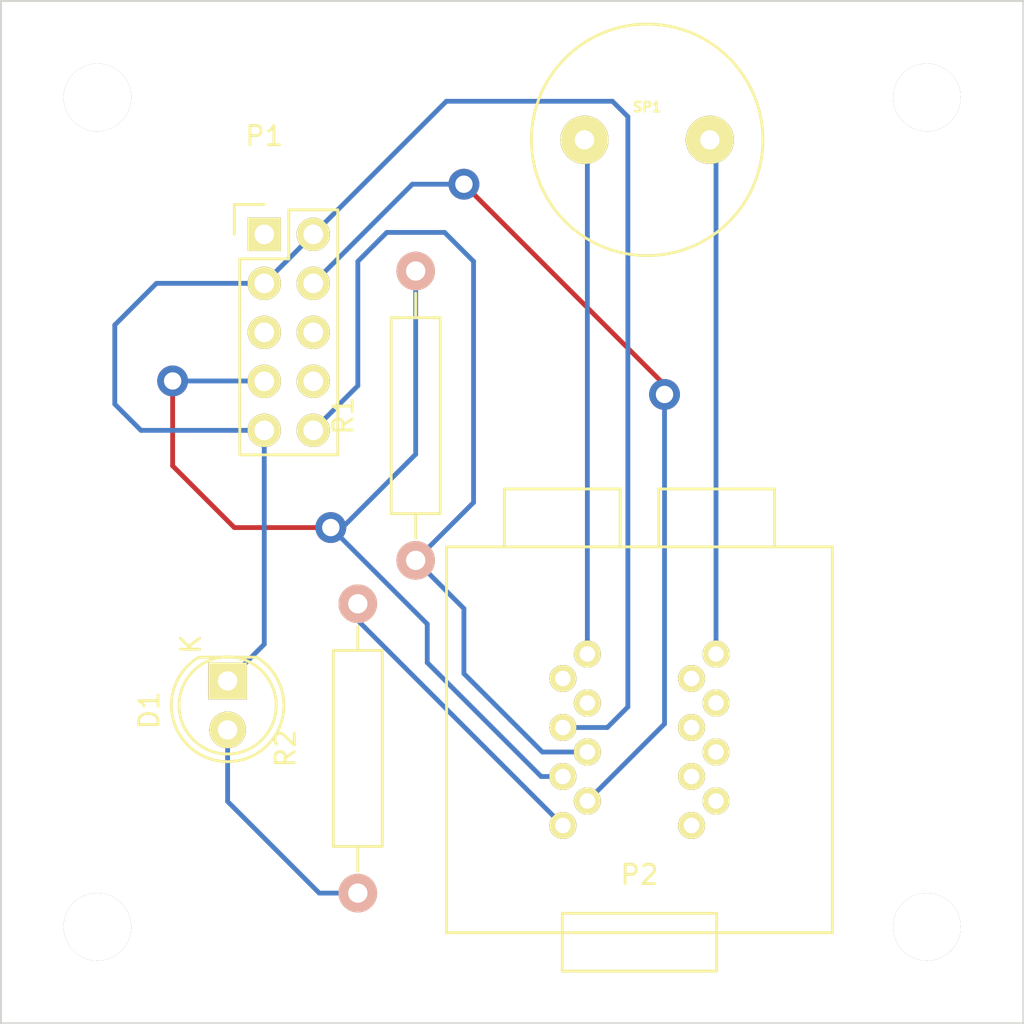
<source format=kicad_pcb>
(kicad_pcb (version 4) (host pcbnew "(2015-06-01 BZR 5694)-product")

  (general
    (links 13)
    (no_connects 0)
    (area 105.511474 74.8745 163.490046 128.97626)
    (thickness 1.6)
    (drawings 4)
    (tracks 59)
    (zones 0)
    (modules 10)
    (nets 13)
  )

  (page USLetter)
  (title_block
    (title "Form Of Bee")
    (date "Wed 26 Aug 2015")
    (rev 1.1)
    (company "Bart Massey")
    (comment 1 "Copyright 2015 Bart Massey")
    (comment 2 http://github.com/BartMassey/form-of-bee)
    (comment 3 "Open HW: see repo for details")
  )

  (layers
    (0 F.Cu signal)
    (31 B.Cu signal)
    (32 B.Adhes user)
    (33 F.Adhes user)
    (34 B.Paste user)
    (35 F.Paste user)
    (36 B.SilkS user)
    (37 F.SilkS user)
    (38 B.Mask user)
    (39 F.Mask user)
    (40 Dwgs.User user)
    (41 Cmts.User user)
    (42 Eco1.User user)
    (43 Eco2.User user)
    (44 Edge.Cuts user)
    (45 Margin user)
    (46 B.CrtYd user)
    (47 F.CrtYd user)
    (48 B.Fab user)
    (49 F.Fab user)
  )

  (setup
    (last_trace_width 0.25)
    (trace_clearance 0.2)
    (zone_clearance 0.508)
    (zone_45_only no)
    (trace_min 0.2)
    (segment_width 0.2)
    (edge_width 0.1)
    (via_size 0.6)
    (via_drill 0.4)
    (via_min_size 0.4)
    (via_min_drill 0.3)
    (user_via 1.6 0.9)
    (uvia_size 0.3)
    (uvia_drill 0.1)
    (uvias_allowed no)
    (uvia_min_size 0.2)
    (uvia_min_drill 0.1)
    (pcb_text_width 0.3)
    (pcb_text_size 1.5 1.5)
    (mod_edge_width 0.15)
    (mod_text_size 1 1)
    (mod_text_width 0.15)
    (pad_size 1.75 1.75)
    (pad_drill 1.75)
    (pad_to_mask_clearance 0)
    (aux_axis_origin 107 75)
    (visible_elements FFFFFF7F)
    (pcbplotparams
      (layerselection 0x010f0_80000001)
      (usegerberextensions false)
      (excludeedgelayer true)
      (linewidth 0.100000)
      (plotframeref false)
      (viasonmask false)
      (mode 1)
      (useauxorigin false)
      (hpglpennumber 1)
      (hpglpenspeed 20)
      (hpglpendiameter 15)
      (hpglpenoverlay 2)
      (psnegative false)
      (psa4output false)
      (plotreference true)
      (plotvalue true)
      (plotinvisibletext false)
      (padsonsilk false)
      (subtractmaskfromsilk false)
      (outputformat 1)
      (mirror false)
      (drillshape 0)
      (scaleselection 1)
      (outputdirectory plot))
  )

  (net 0 "")
  (net 1 GND)
  (net 2 "Net-(D1-Pad2)")
  (net 3 "Net-(P1-Pad1)")
  (net 4 "Net-(P1-Pad4)")
  (net 5 "Net-(P1-Pad5)")
  (net 6 "Net-(P1-Pad6)")
  (net 7 "Net-(P1-Pad7)")
  (net 8 "Net-(P1-Pad8)")
  (net 9 VDD)
  (net 10 "Net-(P2-Pad1)")
  (net 11 "Net-(P2-Pad8)")
  (net 12 "Net-(P2-Pad16)")

  (net_class Default "This is the default net class."
    (clearance 0.2)
    (trace_width 0.25)
    (via_dia 0.6)
    (via_drill 0.4)
    (uvia_dia 0.3)
    (uvia_drill 0.1)
    (add_net GND)
    (add_net "Net-(D1-Pad2)")
    (add_net "Net-(P1-Pad1)")
    (add_net "Net-(P1-Pad4)")
    (add_net "Net-(P1-Pad5)")
    (add_net "Net-(P1-Pad6)")
    (add_net "Net-(P1-Pad7)")
    (add_net "Net-(P1-Pad8)")
    (add_net "Net-(P2-Pad1)")
    (add_net "Net-(P2-Pad16)")
    (add_net "Net-(P2-Pad8)")
    (add_net VDD)
  )

  (module Mounting_Holes:MountingHole_3mm (layer F.Cu) (tedit 55DCD354) (tstamp 55D75C3F)
    (at 155 123)
    (descr "Mounting hole, Befestigungsbohrung, 3mm, No Annular, Kein Restring,")
    (tags "Mounting hole, Befestigungsbohrung, 3mm, No Annular, Kein Restring,")
    (fp_text reference REF** (at 0 -4.0005) (layer F.SilkS) hide
      (effects (font (size 1 1) (thickness 0.15)))
    )
    (fp_text value MountingHole_3mm (at 1.00076 5.00126) (layer F.Fab) hide
      (effects (font (size 1 1) (thickness 0.15)))
    )
    (fp_circle (center 0 0) (end 3 0) (layer Cmts.User) (width 0.381))
    (pad "" thru_hole circle (at 0 0) (size 3.5 3.5) (drill 3.5) (layers *.Cu *.Mask F.SilkS))
  )

  (module LEDs:LED-5MM (layer F.Cu) (tedit 5570F7EA) (tstamp 55D6DC0B)
    (at 118.75 110.25 270)
    (descr "LED 5mm round vertical")
    (tags "LED 5mm round vertical")
    (path /557668D5)
    (fp_text reference D1 (at 1.524 4.064 270) (layer F.SilkS)
      (effects (font (size 1 1) (thickness 0.15)))
    )
    (fp_text value "LED RED" (at 1.524 -3.937 270) (layer F.Fab)
      (effects (font (size 1 1) (thickness 0.15)))
    )
    (fp_line (start -1.5 -1.55) (end -1.5 1.55) (layer F.CrtYd) (width 0.05))
    (fp_arc (start 1.3 0) (end -1.5 1.55) (angle -302) (layer F.CrtYd) (width 0.05))
    (fp_arc (start 1.27 0) (end -1.23 -1.5) (angle 297.5) (layer F.SilkS) (width 0.15))
    (fp_line (start -1.23 1.5) (end -1.23 -1.5) (layer F.SilkS) (width 0.15))
    (fp_circle (center 1.27 0) (end 0.97 -2.5) (layer F.SilkS) (width 0.15))
    (fp_text user K (at -1.905 1.905 270) (layer F.SilkS)
      (effects (font (size 1 1) (thickness 0.15)))
    )
    (pad 1 thru_hole rect (at 0 0) (size 2 1.9) (drill 1.00076) (layers *.Cu *.Mask F.SilkS)
      (net 1 GND))
    (pad 2 thru_hole circle (at 2.54 0 270) (size 1.9 1.9) (drill 1.00076) (layers *.Cu *.Mask F.SilkS)
      (net 2 "Net-(D1-Pad2)"))
    (model LEDs.3dshapes/LED-5MM.wrl
      (at (xyz 0.05 0 0))
      (scale (xyz 1 1 1))
      (rotate (xyz 0 0 90))
    )
  )

  (module Pin_Headers:Pin_Header_Straight_2x05 (layer F.Cu) (tedit 0) (tstamp 55D6DC25)
    (at 120.65 87.1)
    (descr "Through hole pin header")
    (tags "pin header")
    (path /55C30AD8)
    (fp_text reference P1 (at 0 -5.1) (layer F.SilkS)
      (effects (font (size 1 1) (thickness 0.15)))
    )
    (fp_text value "SW DBG" (at 0 -3.1) (layer F.Fab)
      (effects (font (size 1 1) (thickness 0.15)))
    )
    (fp_line (start -1.75 -1.75) (end -1.75 11.95) (layer F.CrtYd) (width 0.05))
    (fp_line (start 4.3 -1.75) (end 4.3 11.95) (layer F.CrtYd) (width 0.05))
    (fp_line (start -1.75 -1.75) (end 4.3 -1.75) (layer F.CrtYd) (width 0.05))
    (fp_line (start -1.75 11.95) (end 4.3 11.95) (layer F.CrtYd) (width 0.05))
    (fp_line (start 3.81 -1.27) (end 3.81 11.43) (layer F.SilkS) (width 0.15))
    (fp_line (start 3.81 11.43) (end -1.27 11.43) (layer F.SilkS) (width 0.15))
    (fp_line (start -1.27 11.43) (end -1.27 1.27) (layer F.SilkS) (width 0.15))
    (fp_line (start 3.81 -1.27) (end 1.27 -1.27) (layer F.SilkS) (width 0.15))
    (fp_line (start 0 -1.55) (end -1.55 -1.55) (layer F.SilkS) (width 0.15))
    (fp_line (start 1.27 -1.27) (end 1.27 1.27) (layer F.SilkS) (width 0.15))
    (fp_line (start 1.27 1.27) (end -1.27 1.27) (layer F.SilkS) (width 0.15))
    (fp_line (start -1.55 -1.55) (end -1.55 0) (layer F.SilkS) (width 0.15))
    (pad 1 thru_hole rect (at 0 0) (size 1.7272 1.7272) (drill 1.016) (layers *.Cu *.Mask F.SilkS)
      (net 3 "Net-(P1-Pad1)"))
    (pad 2 thru_hole oval (at 2.54 0) (size 1.7272 1.7272) (drill 1.016) (layers *.Cu *.Mask F.SilkS)
      (net 1 GND))
    (pad 3 thru_hole oval (at 0 2.54) (size 1.7272 1.7272) (drill 1.016) (layers *.Cu *.Mask F.SilkS)
      (net 1 GND))
    (pad 4 thru_hole oval (at 2.54 2.54) (size 1.7272 1.7272) (drill 1.016) (layers *.Cu *.Mask F.SilkS)
      (net 4 "Net-(P1-Pad4)"))
    (pad 5 thru_hole oval (at 0 5.08) (size 1.7272 1.7272) (drill 1.016) (layers *.Cu *.Mask F.SilkS)
      (net 5 "Net-(P1-Pad5)"))
    (pad 6 thru_hole oval (at 2.54 5.08) (size 1.7272 1.7272) (drill 1.016) (layers *.Cu *.Mask F.SilkS)
      (net 6 "Net-(P1-Pad6)"))
    (pad 7 thru_hole oval (at 0 7.62) (size 1.7272 1.7272) (drill 1.016) (layers *.Cu *.Mask F.SilkS)
      (net 7 "Net-(P1-Pad7)"))
    (pad 8 thru_hole oval (at 2.54 7.62) (size 1.7272 1.7272) (drill 1.016) (layers *.Cu *.Mask F.SilkS)
      (net 8 "Net-(P1-Pad8)"))
    (pad 9 thru_hole oval (at 0 10.16) (size 1.7272 1.7272) (drill 1.016) (layers *.Cu *.Mask F.SilkS)
      (net 1 GND))
    (pad 10 thru_hole oval (at 2.54 10.16) (size 1.7272 1.7272) (drill 1.016) (layers *.Cu *.Mask F.SilkS)
      (net 9 VDD))
    (model Pin_Headers.3dshapes/Pin_Header_Straight_2x05.wrl
      (at (xyz 0.05 -0.2 0))
      (scale (xyz 1 1 1))
      (rotate (xyz 0 0 90))
    )
  )

  (module Resistors_ThroughHole:Resistor_Horizontal_RM15mm (layer F.Cu) (tedit 53F56292) (tstamp 55D6DC53)
    (at 125.5 113.75 90)
    (descr "Resistor, Axial, RM 15mm,")
    (tags "Resistor, Axial, RM 15mm,")
    (path /557603AA)
    (fp_text reference R2 (at 0 -3.74904 90) (layer F.SilkS)
      (effects (font (size 1 1) (thickness 0.15)))
    )
    (fp_text value 51 (at 0 4.0005 90) (layer F.Fab)
      (effects (font (size 1 1) (thickness 0.15)))
    )
    (fp_line (start -5.08 -1.27) (end -5.08 1.27) (layer F.SilkS) (width 0.15))
    (fp_line (start -5.08 1.27) (end 5.08 1.27) (layer F.SilkS) (width 0.15))
    (fp_line (start 5.08 1.27) (end 5.08 -1.27) (layer F.SilkS) (width 0.15))
    (fp_line (start 5.08 -1.27) (end -5.08 -1.27) (layer F.SilkS) (width 0.15))
    (fp_line (start 6.35 0) (end 5.08 0) (layer F.SilkS) (width 0.15))
    (fp_line (start -6.35 0) (end -5.08 0) (layer F.SilkS) (width 0.15))
    (pad 1 thru_hole circle (at -7.5 0 90) (size 1.99898 1.99898) (drill 1.00076) (layers *.Cu *.SilkS *.Mask)
      (net 2 "Net-(D1-Pad2)"))
    (pad 2 thru_hole circle (at 7.5 0 90) (size 1.99898 1.99898) (drill 1.00076) (layers *.Cu *.SilkS *.Mask)
      (net 11 "Net-(P2-Pad8)"))
    (model Resistors_ThroughHole.3dshapes/Resistor_Horizontal_RM15mm.wrl
      (at (xyz 0 0 0))
      (scale (xyz 0.4 0.4 0.4))
      (rotate (xyz 0 0 0))
    )
  )

  (module pui-at-1224-twt-5v-2-r:PUI-AT-1224-TWT-5V-2-R (layer F.Cu) (tedit 5594E30D) (tstamp 55D6DC5A)
    (at 140.5 82.2)
    (path /5594E1AE)
    (fp_text reference SP1 (at 0 -1.7) (layer F.SilkS)
      (effects (font (size 0.5 0.5) (thickness 0.125)))
    )
    (fp_text value SPEAKER (at 0 2) (layer F.SilkS) hide
      (effects (font (size 1 1) (thickness 0.15)))
    )
    (fp_circle (center 0 0) (end 6 0) (layer F.SilkS) (width 0.15))
    (pad 1 thru_hole circle (at -3.25 0) (size 2.5 2.5) (drill 1) (layers *.Cu *.Mask F.SilkS)
      (net 10 "Net-(P2-Pad1)"))
    (pad 2 thru_hole circle (at 3.25 0) (size 2.5 2.5) (drill 1) (layers *.Cu *.Mask F.SilkS)
      (net 12 "Net-(P2-Pad16)"))
  )

  (module waveshare_fp-16-1.27-05:WAVESHARE_FP-16-1.27-05 (layer F.Cu) (tedit 55D6DAD6) (tstamp 55DCBE40)
    (at 140.1 113.3)
    (path /55D60FB1)
    (fp_text reference P2 (at 0 7) (layer F.SilkS)
      (effects (font (size 1 1) (thickness 0.15)))
    )
    (fp_text value SOIC16-ZIF (at 0 -7.62) (layer F.Fab)
      (effects (font (size 0.8 0.8) (thickness 0.15)))
    )
    (fp_line (start -4 9) (end 4 9) (layer F.SilkS) (width 0.15))
    (fp_line (start 4 9) (end 4 12) (layer F.SilkS) (width 0.15))
    (fp_line (start 4 12) (end -4 12) (layer F.SilkS) (width 0.15))
    (fp_line (start -4 12) (end -4 9) (layer F.SilkS) (width 0.15))
    (fp_line (start -1 -10) (end -1 -13) (layer F.SilkS) (width 0.15))
    (fp_line (start -1 -13) (end -7 -13) (layer F.SilkS) (width 0.15))
    (fp_line (start -7 -13) (end -7 -10) (layer F.SilkS) (width 0.15))
    (fp_line (start 7 -10) (end 7 -13) (layer F.SilkS) (width 0.15))
    (fp_line (start 7 -13) (end 1 -13) (layer F.SilkS) (width 0.15))
    (fp_line (start 1 -13) (end 1 -10) (layer F.SilkS) (width 0.15))
    (fp_line (start -10 -10) (end 10 -10) (layer F.SilkS) (width 0.15))
    (fp_line (start 10 -10) (end 10 10) (layer F.SilkS) (width 0.15))
    (fp_line (start 10 10) (end -10 10) (layer F.SilkS) (width 0.15))
    (fp_line (start -10 10) (end -10 -10) (layer F.SilkS) (width 0.15))
    (pad 1 thru_hole circle (at -2.7 -4.445) (size 1.4 1.4) (drill 0.8) (layers *.Cu *.Mask F.SilkS)
      (net 10 "Net-(P2-Pad1)"))
    (pad 2 thru_hole circle (at -3.97 -3.175) (size 1.4 1.4) (drill 0.8) (layers *.Cu *.Mask F.SilkS))
    (pad 3 thru_hole circle (at -2.7 -1.905) (size 1.4 1.4) (drill 0.8) (layers *.Cu *.Mask F.SilkS))
    (pad 4 thru_hole circle (at -3.97 -0.635) (size 1.4 1.4) (drill 0.8) (layers *.Cu *.Mask F.SilkS)
      (net 1 GND))
    (pad 5 thru_hole circle (at -2.7 0.635) (size 1.4 1.4) (drill 0.8) (layers *.Cu *.Mask F.SilkS)
      (net 9 VDD))
    (pad 6 thru_hole circle (at -3.97 1.905) (size 1.4 1.4) (drill 0.8) (layers *.Cu *.Mask F.SilkS)
      (net 7 "Net-(P1-Pad7)"))
    (pad 7 thru_hole circle (at -2.7 3.175) (size 1.4 1.4) (drill 0.8) (layers *.Cu *.Mask F.SilkS)
      (net 4 "Net-(P1-Pad4)"))
    (pad 8 thru_hole circle (at -3.97 4.445) (size 1.4 1.4) (drill 0.8) (layers *.Cu *.Mask F.SilkS)
      (net 11 "Net-(P2-Pad8)"))
    (pad 16 thru_hole circle (at 3.97 -4.445) (size 1.4 1.4) (drill 0.8) (layers *.Cu *.Mask F.SilkS)
      (net 12 "Net-(P2-Pad16)"))
    (pad 15 thru_hole circle (at 2.7 -3.175) (size 1.4 1.4) (drill 0.8) (layers *.Cu *.Mask F.SilkS))
    (pad 14 thru_hole circle (at 3.97 -1.905) (size 1.4 1.4) (drill 0.8) (layers *.Cu *.Mask F.SilkS))
    (pad 13 thru_hole circle (at 2.7 -0.635) (size 1.4 1.4) (drill 0.8) (layers *.Cu *.Mask F.SilkS))
    (pad 12 thru_hole circle (at 3.97 0.635) (size 1.4 1.4) (drill 0.8) (layers *.Cu *.Mask F.SilkS))
    (pad 11 thru_hole circle (at 2.7 1.905) (size 1.4 1.4) (drill 0.8) (layers *.Cu *.Mask F.SilkS))
    (pad 10 thru_hole circle (at 3.97 3.175) (size 1.4 1.4) (drill 0.8) (layers *.Cu *.Mask F.SilkS))
    (pad 9 thru_hole circle (at 2.7 4.445) (size 1.4 1.4) (drill 0.8) (layers *.Cu *.Mask F.SilkS))
  )

  (module 3_5_mounting:MountingHole_3_5mm (layer F.Cu) (tedit 55DCD354) (tstamp 55DCD48D)
    (at 112 123)
    (descr "Mounting hole, Befestigungsbohrung, 3mm, No Annular, Kein Restring,")
    (tags "Mounting hole, Befestigungsbohrung, 3mm, No Annular, Kein Restring,")
    (fp_text reference REF** (at 0 -4.0005) (layer F.SilkS) hide
      (effects (font (size 1 1) (thickness 0.15)))
    )
    (fp_text value MountingHole_3mm (at 1.00076 5.00126) (layer F.Fab) hide
      (effects (font (size 1 1) (thickness 0.15)))
    )
    (fp_circle (center 0 0) (end 3 0) (layer Cmts.User) (width 0.381))
    (pad "" thru_hole circle (at 0 0) (size 3.5 3.5) (drill 3.5) (layers *.Cu *.Mask F.SilkS))
  )

  (module 3_5_mounting:MountingHole_3_5mm (layer F.Cu) (tedit 55DCD354) (tstamp 55DCD49E)
    (at 112 80)
    (descr "Mounting hole, Befestigungsbohrung, 3mm, No Annular, Kein Restring,")
    (tags "Mounting hole, Befestigungsbohrung, 3mm, No Annular, Kein Restring,")
    (fp_text reference REF** (at 0 -4.0005) (layer F.SilkS) hide
      (effects (font (size 1 1) (thickness 0.15)))
    )
    (fp_text value MountingHole_3mm (at 1.00076 5.00126) (layer F.Fab) hide
      (effects (font (size 1 1) (thickness 0.15)))
    )
    (fp_circle (center 0 0) (end 3 0) (layer Cmts.User) (width 0.381))
    (pad "" thru_hole circle (at 0 0) (size 3.5 3.5) (drill 3.5) (layers *.Cu *.Mask F.SilkS))
  )

  (module 3_5_mounting:MountingHole_3_5mm (layer F.Cu) (tedit 55DCD354) (tstamp 55DCD4A9)
    (at 155 80)
    (descr "Mounting hole, Befestigungsbohrung, 3mm, No Annular, Kein Restring,")
    (tags "Mounting hole, Befestigungsbohrung, 3mm, No Annular, Kein Restring,")
    (fp_text reference REF** (at 0 -4.0005) (layer F.SilkS) hide
      (effects (font (size 1 1) (thickness 0.15)))
    )
    (fp_text value MountingHole_3mm (at 1.00076 5.00126) (layer F.Fab) hide
      (effects (font (size 1 1) (thickness 0.15)))
    )
    (fp_circle (center 0 0) (end 3 0) (layer Cmts.User) (width 0.381))
    (pad "" thru_hole circle (at 0 0) (size 3.5 3.5) (drill 3.5) (layers *.Cu *.Mask F.SilkS))
  )

  (module Resistors_ThroughHole:Resistor_Horizontal_RM15mm (layer F.Cu) (tedit 53F56292) (tstamp 55DE1420)
    (at 128.5 96.5 90)
    (descr "Resistor, Axial, RM 15mm,")
    (tags "Resistor, Axial, RM 15mm,")
    (path /55DE0E0F)
    (fp_text reference R1 (at 0 -3.74904 90) (layer F.SilkS)
      (effects (font (size 1 1) (thickness 0.15)))
    )
    (fp_text value 10K (at 0 4.0005 90) (layer F.Fab)
      (effects (font (size 1 1) (thickness 0.15)))
    )
    (fp_line (start -5.08 -1.27) (end -5.08 1.27) (layer F.SilkS) (width 0.15))
    (fp_line (start -5.08 1.27) (end 5.08 1.27) (layer F.SilkS) (width 0.15))
    (fp_line (start 5.08 1.27) (end 5.08 -1.27) (layer F.SilkS) (width 0.15))
    (fp_line (start 5.08 -1.27) (end -5.08 -1.27) (layer F.SilkS) (width 0.15))
    (fp_line (start 6.35 0) (end 5.08 0) (layer F.SilkS) (width 0.15))
    (fp_line (start -6.35 0) (end -5.08 0) (layer F.SilkS) (width 0.15))
    (pad 1 thru_hole circle (at -7.5 0 90) (size 1.99898 1.99898) (drill 1.00076) (layers *.Cu *.SilkS *.Mask)
      (net 9 VDD))
    (pad 2 thru_hole circle (at 7.5 0 90) (size 1.99898 1.99898) (drill 1.00076) (layers *.Cu *.SilkS *.Mask)
      (net 7 "Net-(P1-Pad7)"))
    (model Resistors_ThroughHole.3dshapes/Resistor_Horizontal_RM15mm.wrl
      (at (xyz 0 0 0))
      (scale (xyz 0.4 0.4 0.4))
      (rotate (xyz 0 0 0))
    )
  )

  (gr_line (start 107 128) (end 107 75) (angle 90) (layer Edge.Cuts) (width 0.1))
  (gr_line (start 160 128) (end 107 128) (angle 90) (layer Edge.Cuts) (width 0.1))
  (gr_line (start 160 75) (end 160 128) (angle 90) (layer Edge.Cuts) (width 0.1))
  (gr_line (start 107 75) (end 160 75) (angle 90) (layer Edge.Cuts) (width 0.1))

  (segment (start 120.65 97.26) (end 114.26 97.26) (width 0.25) (layer B.Cu) (net 1))
  (segment (start 115.06 89.64) (end 120.65 89.64) (width 0.25) (layer B.Cu) (net 1) (tstamp 55DCC3C2))
  (segment (start 112.9 91.8) (end 115.06 89.64) (width 0.25) (layer B.Cu) (net 1) (tstamp 55DCC3BF))
  (segment (start 112.9 95.9) (end 112.9 91.8) (width 0.25) (layer B.Cu) (net 1) (tstamp 55DCC3BA))
  (segment (start 114.26 97.26) (end 112.9 95.9) (width 0.25) (layer B.Cu) (net 1) (tstamp 55DCC3B9))
  (segment (start 118.75 110.25) (end 120.65 108.35) (width 0.25) (layer B.Cu) (net 1))
  (segment (start 120.65 108.35) (end 120.65 97.26) (width 0.25) (layer B.Cu) (net 1) (tstamp 55DCC275))
  (segment (start 136.13 112.665) (end 138.435 112.665) (width 0.25) (layer B.Cu) (net 1))
  (segment (start 130.09 80.2) (end 123.19 87.1) (width 0.25) (layer B.Cu) (net 1) (tstamp 55DCC15E))
  (segment (start 138.7 80.2) (end 130.09 80.2) (width 0.25) (layer B.Cu) (net 1) (tstamp 55DCC15B))
  (segment (start 139.5 81) (end 138.7 80.2) (width 0.25) (layer B.Cu) (net 1) (tstamp 55DCC159))
  (segment (start 139.5 111.6) (end 139.5 81) (width 0.25) (layer B.Cu) (net 1) (tstamp 55DCC14E))
  (segment (start 138.435 112.665) (end 139.5 111.6) (width 0.25) (layer B.Cu) (net 1) (tstamp 55DCC139))
  (segment (start 123.19 87.1) (end 120.65 89.64) (width 0.25) (layer B.Cu) (net 1))
  (segment (start 120.65 89.64) (end 120.11 89.64) (width 0.25) (layer B.Cu) (net 1))
  (segment (start 123.5 121.25) (end 118.75 116.5) (width 0.25) (layer B.Cu) (net 2) (tstamp 55D6DCD1))
  (segment (start 118.75 116.5) (end 118.75 112.79) (width 0.25) (layer B.Cu) (net 2) (tstamp 55D6DCD3))
  (segment (start 125.5 121.25) (end 123.5 121.25) (width 0.25) (layer B.Cu) (net 2))
  (segment (start 141.4 94.9) (end 131 84.5) (width 0.25) (layer F.Cu) (net 4) (tstamp 55DE187C))
  (via (at 131 84.5) (size 1.6) (drill 0.9) (layers F.Cu B.Cu) (net 4))
  (segment (start 131 84.5) (end 128.33 84.5) (width 0.25) (layer B.Cu) (net 4) (tstamp 55DE188B))
  (segment (start 128.33 84.5) (end 123.19 89.64) (width 0.25) (layer B.Cu) (net 4) (tstamp 55DE188C))
  (segment (start 141.4 112.475) (end 141.4 95.4) (width 0.25) (layer B.Cu) (net 4) (tstamp 55DCC071))
  (via (at 141.4 95.4) (size 1.6) (drill 0.9) (layers F.Cu B.Cu) (net 4))
  (segment (start 137.4 116.475) (end 141.4 112.475) (width 0.25) (layer B.Cu) (net 4))
  (segment (start 141.4 95.4) (end 141.4 94.9) (width 0.25) (layer F.Cu) (net 4))
  (segment (start 128.2 89.6) (end 128.16 89.64) (width 0.25) (layer B.Cu) (net 7) (tstamp 55DCC09E))
  (segment (start 120.63 94.7) (end 115.9 94.7) (width 0.25) (layer B.Cu) (net 7))
  (segment (start 135.005 115.205) (end 129.1 109.3) (width 0.25) (layer B.Cu) (net 7) (tstamp 55DCC368))
  (segment (start 129.1 109.3) (end 129.1 107.3) (width 0.25) (layer B.Cu) (net 7) (tstamp 55DCC36F))
  (segment (start 129.1 107.3) (end 124.1 102.3) (width 0.25) (layer B.Cu) (net 7) (tstamp 55DCC371))
  (via (at 124.1 102.3) (size 1.6) (drill 0.9) (layers F.Cu B.Cu) (net 7))
  (segment (start 124.1 102.3) (end 119.1 102.3) (width 0.25) (layer F.Cu) (net 7) (tstamp 55DCC37E))
  (segment (start 119.1 102.3) (end 115.9 99.1) (width 0.25) (layer F.Cu) (net 7) (tstamp 55DCC37F))
  (segment (start 115.9 99.1) (end 115.9 94.7) (width 0.25) (layer F.Cu) (net 7) (tstamp 55DCC390))
  (via (at 115.9 94.7) (size 1.6) (drill 0.9) (layers F.Cu B.Cu) (net 7))
  (segment (start 135.005 115.205) (end 136.13 115.205) (width 0.25) (layer B.Cu) (net 7))
  (segment (start 120.63 94.7) (end 120.65 94.72) (width 0.25) (layer B.Cu) (net 7) (tstamp 55DCC3C6))
  (segment (start 120.65 94.72) (end 120.53 94.72) (width 0.25) (layer B.Cu) (net 7))
  (segment (start 128.5 98.5) (end 124.7 102.3) (width 0.25) (layer B.Cu) (net 7) (tstamp 55DE192C))
  (segment (start 124.7 102.3) (end 124.1 102.3) (width 0.25) (layer B.Cu) (net 7) (tstamp 55DE192F))
  (segment (start 128.5 89) (end 128.5 98.5) (width 0.25) (layer B.Cu) (net 7))
  (segment (start 135.065 113.935) (end 131 109.87) (width 0.25) (layer B.Cu) (net 9) (tstamp 55DE179A))
  (segment (start 131 109.87) (end 131 106.5) (width 0.25) (layer B.Cu) (net 9) (tstamp 55DE179F))
  (segment (start 131 106.5) (end 128.5 104) (width 0.25) (layer B.Cu) (net 9) (tstamp 55DE17A7))
  (segment (start 137.4 113.935) (end 135.065 113.935) (width 0.25) (layer B.Cu) (net 9))
  (segment (start 131.5 101) (end 131.5 88.5) (width 0.25) (layer B.Cu) (net 9) (tstamp 55DE1914))
  (segment (start 131.5 88.5) (end 130 87) (width 0.25) (layer B.Cu) (net 9) (tstamp 55DE1916))
  (segment (start 130 87) (end 127 87) (width 0.25) (layer B.Cu) (net 9) (tstamp 55DE1919))
  (segment (start 127 87) (end 125.5 88.5) (width 0.25) (layer B.Cu) (net 9) (tstamp 55DE191D))
  (segment (start 125.5 88.5) (end 125.5 94.95) (width 0.25) (layer B.Cu) (net 9) (tstamp 55DE1923))
  (segment (start 125.5 94.95) (end 123.19 97.26) (width 0.25) (layer B.Cu) (net 9) (tstamp 55DE1925))
  (segment (start 128.5 104) (end 131.5 101) (width 0.25) (layer B.Cu) (net 9))
  (segment (start 137.4 108.855) (end 137.4 82.35) (width 0.25) (layer B.Cu) (net 10))
  (segment (start 137.4 82.35) (end 137.25 82.2) (width 0.25) (layer B.Cu) (net 10) (tstamp 55DCBE73))
  (segment (start 136.13 117.745) (end 125.5 107.115) (width 0.25) (layer B.Cu) (net 11))
  (segment (start 125.5 107.115) (end 125.5 106.25) (width 0.25) (layer B.Cu) (net 11) (tstamp 55DCBFE5))
  (segment (start 144.07 108.855) (end 144.07 82.52) (width 0.25) (layer B.Cu) (net 12))
  (segment (start 144.07 82.52) (end 143.75 82.2) (width 0.25) (layer B.Cu) (net 12) (tstamp 55DCBE70))

)

</source>
